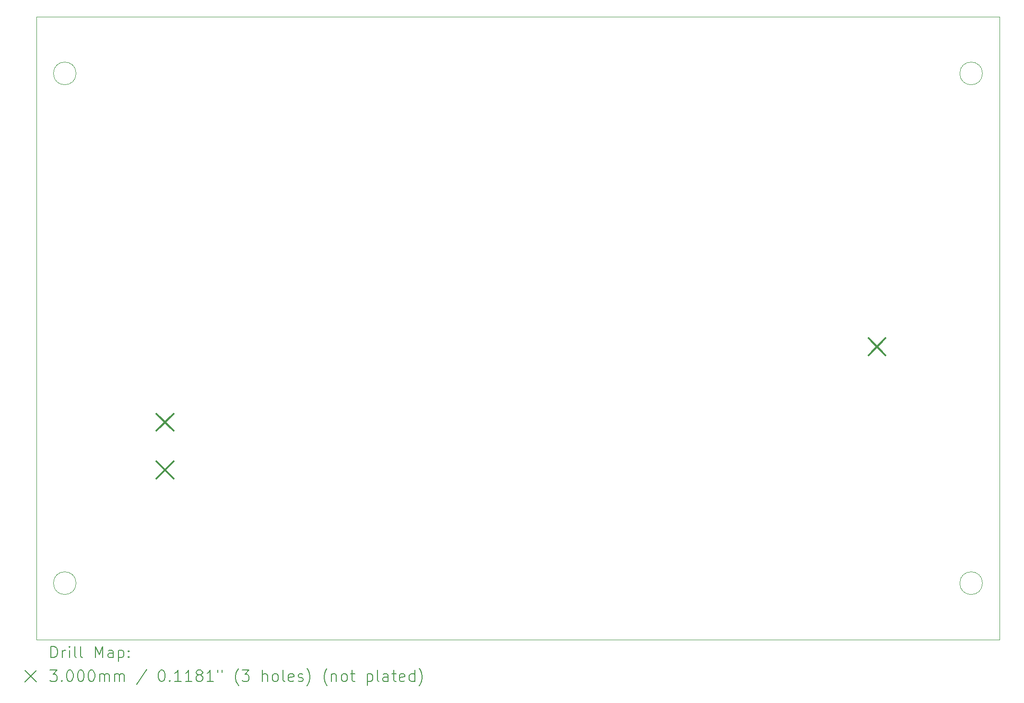
<source format=gbr>
%TF.GenerationSoftware,KiCad,Pcbnew,8.0.1*%
%TF.CreationDate,2024-04-13T23:58:46-04:00*%
%TF.ProjectId,Headlight Controller,48656164-6c69-4676-9874-20436f6e7472,2.2*%
%TF.SameCoordinates,Original*%
%TF.FileFunction,Drillmap*%
%TF.FilePolarity,Positive*%
%FSLAX45Y45*%
G04 Gerber Fmt 4.5, Leading zero omitted, Abs format (unit mm)*
G04 Created by KiCad (PCBNEW 8.0.1) date 2024-04-13 23:58:46*
%MOMM*%
%LPD*%
G01*
G04 APERTURE LIST*
%ADD10C,0.050000*%
%ADD11C,0.200000*%
%ADD12C,0.299999*%
G04 APERTURE END LIST*
D10*
X19200000Y-15000000D02*
G75*
G02*
X18800000Y-15000000I-200000J0D01*
G01*
X18800000Y-15000000D02*
G75*
G02*
X19200000Y-15000000I200000J0D01*
G01*
X3200000Y-6000000D02*
G75*
G02*
X2800000Y-6000000I-200000J0D01*
G01*
X2800000Y-6000000D02*
G75*
G02*
X3200000Y-6000000I200000J0D01*
G01*
X19200000Y-6000000D02*
G75*
G02*
X18800000Y-6000000I-200000J0D01*
G01*
X18800000Y-6000000D02*
G75*
G02*
X19200000Y-6000000I200000J0D01*
G01*
X3200000Y-15000000D02*
G75*
G02*
X2800000Y-15000000I-200000J0D01*
G01*
X2800000Y-15000000D02*
G75*
G02*
X3200000Y-15000000I200000J0D01*
G01*
X19500000Y-5000000D02*
X19500000Y-16000000D01*
X19500000Y-16000000D02*
X2500000Y-16000000D01*
X2500000Y-16000000D02*
X2500000Y-5000000D01*
X2500000Y-5000000D02*
X19500000Y-5000000D01*
D11*
D12*
X4620000Y-12010002D02*
X4920000Y-12310002D01*
X4920000Y-12010002D02*
X4620000Y-12310002D01*
X4620000Y-12850000D02*
X4920000Y-13150000D01*
X4920000Y-12850000D02*
X4620000Y-13150000D01*
X17190250Y-10675400D02*
X17490250Y-10975400D01*
X17490250Y-10675400D02*
X17190250Y-10975400D01*
D11*
X2758277Y-16313984D02*
X2758277Y-16113984D01*
X2758277Y-16113984D02*
X2805896Y-16113984D01*
X2805896Y-16113984D02*
X2834467Y-16123508D01*
X2834467Y-16123508D02*
X2853515Y-16142555D01*
X2853515Y-16142555D02*
X2863039Y-16161603D01*
X2863039Y-16161603D02*
X2872562Y-16199698D01*
X2872562Y-16199698D02*
X2872562Y-16228269D01*
X2872562Y-16228269D02*
X2863039Y-16266365D01*
X2863039Y-16266365D02*
X2853515Y-16285412D01*
X2853515Y-16285412D02*
X2834467Y-16304460D01*
X2834467Y-16304460D02*
X2805896Y-16313984D01*
X2805896Y-16313984D02*
X2758277Y-16313984D01*
X2958277Y-16313984D02*
X2958277Y-16180650D01*
X2958277Y-16218746D02*
X2967801Y-16199698D01*
X2967801Y-16199698D02*
X2977324Y-16190174D01*
X2977324Y-16190174D02*
X2996372Y-16180650D01*
X2996372Y-16180650D02*
X3015420Y-16180650D01*
X3082086Y-16313984D02*
X3082086Y-16180650D01*
X3082086Y-16113984D02*
X3072562Y-16123508D01*
X3072562Y-16123508D02*
X3082086Y-16133031D01*
X3082086Y-16133031D02*
X3091610Y-16123508D01*
X3091610Y-16123508D02*
X3082086Y-16113984D01*
X3082086Y-16113984D02*
X3082086Y-16133031D01*
X3205896Y-16313984D02*
X3186848Y-16304460D01*
X3186848Y-16304460D02*
X3177324Y-16285412D01*
X3177324Y-16285412D02*
X3177324Y-16113984D01*
X3310658Y-16313984D02*
X3291610Y-16304460D01*
X3291610Y-16304460D02*
X3282086Y-16285412D01*
X3282086Y-16285412D02*
X3282086Y-16113984D01*
X3539229Y-16313984D02*
X3539229Y-16113984D01*
X3539229Y-16113984D02*
X3605896Y-16256841D01*
X3605896Y-16256841D02*
X3672562Y-16113984D01*
X3672562Y-16113984D02*
X3672562Y-16313984D01*
X3853515Y-16313984D02*
X3853515Y-16209222D01*
X3853515Y-16209222D02*
X3843991Y-16190174D01*
X3843991Y-16190174D02*
X3824943Y-16180650D01*
X3824943Y-16180650D02*
X3786848Y-16180650D01*
X3786848Y-16180650D02*
X3767801Y-16190174D01*
X3853515Y-16304460D02*
X3834467Y-16313984D01*
X3834467Y-16313984D02*
X3786848Y-16313984D01*
X3786848Y-16313984D02*
X3767801Y-16304460D01*
X3767801Y-16304460D02*
X3758277Y-16285412D01*
X3758277Y-16285412D02*
X3758277Y-16266365D01*
X3758277Y-16266365D02*
X3767801Y-16247317D01*
X3767801Y-16247317D02*
X3786848Y-16237793D01*
X3786848Y-16237793D02*
X3834467Y-16237793D01*
X3834467Y-16237793D02*
X3853515Y-16228269D01*
X3948753Y-16180650D02*
X3948753Y-16380650D01*
X3948753Y-16190174D02*
X3967801Y-16180650D01*
X3967801Y-16180650D02*
X4005896Y-16180650D01*
X4005896Y-16180650D02*
X4024943Y-16190174D01*
X4024943Y-16190174D02*
X4034467Y-16199698D01*
X4034467Y-16199698D02*
X4043991Y-16218746D01*
X4043991Y-16218746D02*
X4043991Y-16275888D01*
X4043991Y-16275888D02*
X4034467Y-16294936D01*
X4034467Y-16294936D02*
X4024943Y-16304460D01*
X4024943Y-16304460D02*
X4005896Y-16313984D01*
X4005896Y-16313984D02*
X3967801Y-16313984D01*
X3967801Y-16313984D02*
X3948753Y-16304460D01*
X4129705Y-16294936D02*
X4139229Y-16304460D01*
X4139229Y-16304460D02*
X4129705Y-16313984D01*
X4129705Y-16313984D02*
X4120182Y-16304460D01*
X4120182Y-16304460D02*
X4129705Y-16294936D01*
X4129705Y-16294936D02*
X4129705Y-16313984D01*
X4129705Y-16190174D02*
X4139229Y-16199698D01*
X4139229Y-16199698D02*
X4129705Y-16209222D01*
X4129705Y-16209222D02*
X4120182Y-16199698D01*
X4120182Y-16199698D02*
X4129705Y-16190174D01*
X4129705Y-16190174D02*
X4129705Y-16209222D01*
X2297500Y-16542500D02*
X2497500Y-16742500D01*
X2497500Y-16542500D02*
X2297500Y-16742500D01*
X2739229Y-16533984D02*
X2863039Y-16533984D01*
X2863039Y-16533984D02*
X2796372Y-16610174D01*
X2796372Y-16610174D02*
X2824943Y-16610174D01*
X2824943Y-16610174D02*
X2843991Y-16619698D01*
X2843991Y-16619698D02*
X2853515Y-16629222D01*
X2853515Y-16629222D02*
X2863039Y-16648269D01*
X2863039Y-16648269D02*
X2863039Y-16695888D01*
X2863039Y-16695888D02*
X2853515Y-16714936D01*
X2853515Y-16714936D02*
X2843991Y-16724460D01*
X2843991Y-16724460D02*
X2824943Y-16733984D01*
X2824943Y-16733984D02*
X2767801Y-16733984D01*
X2767801Y-16733984D02*
X2748753Y-16724460D01*
X2748753Y-16724460D02*
X2739229Y-16714936D01*
X2948753Y-16714936D02*
X2958277Y-16724460D01*
X2958277Y-16724460D02*
X2948753Y-16733984D01*
X2948753Y-16733984D02*
X2939229Y-16724460D01*
X2939229Y-16724460D02*
X2948753Y-16714936D01*
X2948753Y-16714936D02*
X2948753Y-16733984D01*
X3082086Y-16533984D02*
X3101134Y-16533984D01*
X3101134Y-16533984D02*
X3120182Y-16543508D01*
X3120182Y-16543508D02*
X3129705Y-16553031D01*
X3129705Y-16553031D02*
X3139229Y-16572079D01*
X3139229Y-16572079D02*
X3148753Y-16610174D01*
X3148753Y-16610174D02*
X3148753Y-16657793D01*
X3148753Y-16657793D02*
X3139229Y-16695888D01*
X3139229Y-16695888D02*
X3129705Y-16714936D01*
X3129705Y-16714936D02*
X3120182Y-16724460D01*
X3120182Y-16724460D02*
X3101134Y-16733984D01*
X3101134Y-16733984D02*
X3082086Y-16733984D01*
X3082086Y-16733984D02*
X3063039Y-16724460D01*
X3063039Y-16724460D02*
X3053515Y-16714936D01*
X3053515Y-16714936D02*
X3043991Y-16695888D01*
X3043991Y-16695888D02*
X3034467Y-16657793D01*
X3034467Y-16657793D02*
X3034467Y-16610174D01*
X3034467Y-16610174D02*
X3043991Y-16572079D01*
X3043991Y-16572079D02*
X3053515Y-16553031D01*
X3053515Y-16553031D02*
X3063039Y-16543508D01*
X3063039Y-16543508D02*
X3082086Y-16533984D01*
X3272562Y-16533984D02*
X3291610Y-16533984D01*
X3291610Y-16533984D02*
X3310658Y-16543508D01*
X3310658Y-16543508D02*
X3320182Y-16553031D01*
X3320182Y-16553031D02*
X3329705Y-16572079D01*
X3329705Y-16572079D02*
X3339229Y-16610174D01*
X3339229Y-16610174D02*
X3339229Y-16657793D01*
X3339229Y-16657793D02*
X3329705Y-16695888D01*
X3329705Y-16695888D02*
X3320182Y-16714936D01*
X3320182Y-16714936D02*
X3310658Y-16724460D01*
X3310658Y-16724460D02*
X3291610Y-16733984D01*
X3291610Y-16733984D02*
X3272562Y-16733984D01*
X3272562Y-16733984D02*
X3253515Y-16724460D01*
X3253515Y-16724460D02*
X3243991Y-16714936D01*
X3243991Y-16714936D02*
X3234467Y-16695888D01*
X3234467Y-16695888D02*
X3224943Y-16657793D01*
X3224943Y-16657793D02*
X3224943Y-16610174D01*
X3224943Y-16610174D02*
X3234467Y-16572079D01*
X3234467Y-16572079D02*
X3243991Y-16553031D01*
X3243991Y-16553031D02*
X3253515Y-16543508D01*
X3253515Y-16543508D02*
X3272562Y-16533984D01*
X3463039Y-16533984D02*
X3482086Y-16533984D01*
X3482086Y-16533984D02*
X3501134Y-16543508D01*
X3501134Y-16543508D02*
X3510658Y-16553031D01*
X3510658Y-16553031D02*
X3520182Y-16572079D01*
X3520182Y-16572079D02*
X3529705Y-16610174D01*
X3529705Y-16610174D02*
X3529705Y-16657793D01*
X3529705Y-16657793D02*
X3520182Y-16695888D01*
X3520182Y-16695888D02*
X3510658Y-16714936D01*
X3510658Y-16714936D02*
X3501134Y-16724460D01*
X3501134Y-16724460D02*
X3482086Y-16733984D01*
X3482086Y-16733984D02*
X3463039Y-16733984D01*
X3463039Y-16733984D02*
X3443991Y-16724460D01*
X3443991Y-16724460D02*
X3434467Y-16714936D01*
X3434467Y-16714936D02*
X3424943Y-16695888D01*
X3424943Y-16695888D02*
X3415420Y-16657793D01*
X3415420Y-16657793D02*
X3415420Y-16610174D01*
X3415420Y-16610174D02*
X3424943Y-16572079D01*
X3424943Y-16572079D02*
X3434467Y-16553031D01*
X3434467Y-16553031D02*
X3443991Y-16543508D01*
X3443991Y-16543508D02*
X3463039Y-16533984D01*
X3615420Y-16733984D02*
X3615420Y-16600650D01*
X3615420Y-16619698D02*
X3624943Y-16610174D01*
X3624943Y-16610174D02*
X3643991Y-16600650D01*
X3643991Y-16600650D02*
X3672563Y-16600650D01*
X3672563Y-16600650D02*
X3691610Y-16610174D01*
X3691610Y-16610174D02*
X3701134Y-16629222D01*
X3701134Y-16629222D02*
X3701134Y-16733984D01*
X3701134Y-16629222D02*
X3710658Y-16610174D01*
X3710658Y-16610174D02*
X3729705Y-16600650D01*
X3729705Y-16600650D02*
X3758277Y-16600650D01*
X3758277Y-16600650D02*
X3777324Y-16610174D01*
X3777324Y-16610174D02*
X3786848Y-16629222D01*
X3786848Y-16629222D02*
X3786848Y-16733984D01*
X3882086Y-16733984D02*
X3882086Y-16600650D01*
X3882086Y-16619698D02*
X3891610Y-16610174D01*
X3891610Y-16610174D02*
X3910658Y-16600650D01*
X3910658Y-16600650D02*
X3939229Y-16600650D01*
X3939229Y-16600650D02*
X3958277Y-16610174D01*
X3958277Y-16610174D02*
X3967801Y-16629222D01*
X3967801Y-16629222D02*
X3967801Y-16733984D01*
X3967801Y-16629222D02*
X3977324Y-16610174D01*
X3977324Y-16610174D02*
X3996372Y-16600650D01*
X3996372Y-16600650D02*
X4024943Y-16600650D01*
X4024943Y-16600650D02*
X4043991Y-16610174D01*
X4043991Y-16610174D02*
X4053515Y-16629222D01*
X4053515Y-16629222D02*
X4053515Y-16733984D01*
X4443991Y-16524460D02*
X4272563Y-16781603D01*
X4701134Y-16533984D02*
X4720182Y-16533984D01*
X4720182Y-16533984D02*
X4739229Y-16543508D01*
X4739229Y-16543508D02*
X4748753Y-16553031D01*
X4748753Y-16553031D02*
X4758277Y-16572079D01*
X4758277Y-16572079D02*
X4767801Y-16610174D01*
X4767801Y-16610174D02*
X4767801Y-16657793D01*
X4767801Y-16657793D02*
X4758277Y-16695888D01*
X4758277Y-16695888D02*
X4748753Y-16714936D01*
X4748753Y-16714936D02*
X4739229Y-16724460D01*
X4739229Y-16724460D02*
X4720182Y-16733984D01*
X4720182Y-16733984D02*
X4701134Y-16733984D01*
X4701134Y-16733984D02*
X4682087Y-16724460D01*
X4682087Y-16724460D02*
X4672563Y-16714936D01*
X4672563Y-16714936D02*
X4663039Y-16695888D01*
X4663039Y-16695888D02*
X4653515Y-16657793D01*
X4653515Y-16657793D02*
X4653515Y-16610174D01*
X4653515Y-16610174D02*
X4663039Y-16572079D01*
X4663039Y-16572079D02*
X4672563Y-16553031D01*
X4672563Y-16553031D02*
X4682087Y-16543508D01*
X4682087Y-16543508D02*
X4701134Y-16533984D01*
X4853515Y-16714936D02*
X4863039Y-16724460D01*
X4863039Y-16724460D02*
X4853515Y-16733984D01*
X4853515Y-16733984D02*
X4843991Y-16724460D01*
X4843991Y-16724460D02*
X4853515Y-16714936D01*
X4853515Y-16714936D02*
X4853515Y-16733984D01*
X5053515Y-16733984D02*
X4939229Y-16733984D01*
X4996372Y-16733984D02*
X4996372Y-16533984D01*
X4996372Y-16533984D02*
X4977325Y-16562555D01*
X4977325Y-16562555D02*
X4958277Y-16581603D01*
X4958277Y-16581603D02*
X4939229Y-16591127D01*
X5243991Y-16733984D02*
X5129706Y-16733984D01*
X5186848Y-16733984D02*
X5186848Y-16533984D01*
X5186848Y-16533984D02*
X5167801Y-16562555D01*
X5167801Y-16562555D02*
X5148753Y-16581603D01*
X5148753Y-16581603D02*
X5129706Y-16591127D01*
X5358277Y-16619698D02*
X5339229Y-16610174D01*
X5339229Y-16610174D02*
X5329706Y-16600650D01*
X5329706Y-16600650D02*
X5320182Y-16581603D01*
X5320182Y-16581603D02*
X5320182Y-16572079D01*
X5320182Y-16572079D02*
X5329706Y-16553031D01*
X5329706Y-16553031D02*
X5339229Y-16543508D01*
X5339229Y-16543508D02*
X5358277Y-16533984D01*
X5358277Y-16533984D02*
X5396372Y-16533984D01*
X5396372Y-16533984D02*
X5415420Y-16543508D01*
X5415420Y-16543508D02*
X5424944Y-16553031D01*
X5424944Y-16553031D02*
X5434468Y-16572079D01*
X5434468Y-16572079D02*
X5434468Y-16581603D01*
X5434468Y-16581603D02*
X5424944Y-16600650D01*
X5424944Y-16600650D02*
X5415420Y-16610174D01*
X5415420Y-16610174D02*
X5396372Y-16619698D01*
X5396372Y-16619698D02*
X5358277Y-16619698D01*
X5358277Y-16619698D02*
X5339229Y-16629222D01*
X5339229Y-16629222D02*
X5329706Y-16638746D01*
X5329706Y-16638746D02*
X5320182Y-16657793D01*
X5320182Y-16657793D02*
X5320182Y-16695888D01*
X5320182Y-16695888D02*
X5329706Y-16714936D01*
X5329706Y-16714936D02*
X5339229Y-16724460D01*
X5339229Y-16724460D02*
X5358277Y-16733984D01*
X5358277Y-16733984D02*
X5396372Y-16733984D01*
X5396372Y-16733984D02*
X5415420Y-16724460D01*
X5415420Y-16724460D02*
X5424944Y-16714936D01*
X5424944Y-16714936D02*
X5434468Y-16695888D01*
X5434468Y-16695888D02*
X5434468Y-16657793D01*
X5434468Y-16657793D02*
X5424944Y-16638746D01*
X5424944Y-16638746D02*
X5415420Y-16629222D01*
X5415420Y-16629222D02*
X5396372Y-16619698D01*
X5624944Y-16733984D02*
X5510658Y-16733984D01*
X5567801Y-16733984D02*
X5567801Y-16533984D01*
X5567801Y-16533984D02*
X5548753Y-16562555D01*
X5548753Y-16562555D02*
X5529706Y-16581603D01*
X5529706Y-16581603D02*
X5510658Y-16591127D01*
X5701134Y-16533984D02*
X5701134Y-16572079D01*
X5777325Y-16533984D02*
X5777325Y-16572079D01*
X6072563Y-16810174D02*
X6063039Y-16800650D01*
X6063039Y-16800650D02*
X6043991Y-16772079D01*
X6043991Y-16772079D02*
X6034468Y-16753031D01*
X6034468Y-16753031D02*
X6024944Y-16724460D01*
X6024944Y-16724460D02*
X6015420Y-16676841D01*
X6015420Y-16676841D02*
X6015420Y-16638746D01*
X6015420Y-16638746D02*
X6024944Y-16591127D01*
X6024944Y-16591127D02*
X6034468Y-16562555D01*
X6034468Y-16562555D02*
X6043991Y-16543508D01*
X6043991Y-16543508D02*
X6063039Y-16514936D01*
X6063039Y-16514936D02*
X6072563Y-16505412D01*
X6129706Y-16533984D02*
X6253515Y-16533984D01*
X6253515Y-16533984D02*
X6186848Y-16610174D01*
X6186848Y-16610174D02*
X6215420Y-16610174D01*
X6215420Y-16610174D02*
X6234468Y-16619698D01*
X6234468Y-16619698D02*
X6243991Y-16629222D01*
X6243991Y-16629222D02*
X6253515Y-16648269D01*
X6253515Y-16648269D02*
X6253515Y-16695888D01*
X6253515Y-16695888D02*
X6243991Y-16714936D01*
X6243991Y-16714936D02*
X6234468Y-16724460D01*
X6234468Y-16724460D02*
X6215420Y-16733984D01*
X6215420Y-16733984D02*
X6158277Y-16733984D01*
X6158277Y-16733984D02*
X6139229Y-16724460D01*
X6139229Y-16724460D02*
X6129706Y-16714936D01*
X6491610Y-16733984D02*
X6491610Y-16533984D01*
X6577325Y-16733984D02*
X6577325Y-16629222D01*
X6577325Y-16629222D02*
X6567801Y-16610174D01*
X6567801Y-16610174D02*
X6548753Y-16600650D01*
X6548753Y-16600650D02*
X6520182Y-16600650D01*
X6520182Y-16600650D02*
X6501134Y-16610174D01*
X6501134Y-16610174D02*
X6491610Y-16619698D01*
X6701134Y-16733984D02*
X6682087Y-16724460D01*
X6682087Y-16724460D02*
X6672563Y-16714936D01*
X6672563Y-16714936D02*
X6663039Y-16695888D01*
X6663039Y-16695888D02*
X6663039Y-16638746D01*
X6663039Y-16638746D02*
X6672563Y-16619698D01*
X6672563Y-16619698D02*
X6682087Y-16610174D01*
X6682087Y-16610174D02*
X6701134Y-16600650D01*
X6701134Y-16600650D02*
X6729706Y-16600650D01*
X6729706Y-16600650D02*
X6748753Y-16610174D01*
X6748753Y-16610174D02*
X6758277Y-16619698D01*
X6758277Y-16619698D02*
X6767801Y-16638746D01*
X6767801Y-16638746D02*
X6767801Y-16695888D01*
X6767801Y-16695888D02*
X6758277Y-16714936D01*
X6758277Y-16714936D02*
X6748753Y-16724460D01*
X6748753Y-16724460D02*
X6729706Y-16733984D01*
X6729706Y-16733984D02*
X6701134Y-16733984D01*
X6882087Y-16733984D02*
X6863039Y-16724460D01*
X6863039Y-16724460D02*
X6853515Y-16705412D01*
X6853515Y-16705412D02*
X6853515Y-16533984D01*
X7034468Y-16724460D02*
X7015420Y-16733984D01*
X7015420Y-16733984D02*
X6977325Y-16733984D01*
X6977325Y-16733984D02*
X6958277Y-16724460D01*
X6958277Y-16724460D02*
X6948753Y-16705412D01*
X6948753Y-16705412D02*
X6948753Y-16629222D01*
X6948753Y-16629222D02*
X6958277Y-16610174D01*
X6958277Y-16610174D02*
X6977325Y-16600650D01*
X6977325Y-16600650D02*
X7015420Y-16600650D01*
X7015420Y-16600650D02*
X7034468Y-16610174D01*
X7034468Y-16610174D02*
X7043991Y-16629222D01*
X7043991Y-16629222D02*
X7043991Y-16648269D01*
X7043991Y-16648269D02*
X6948753Y-16667317D01*
X7120182Y-16724460D02*
X7139230Y-16733984D01*
X7139230Y-16733984D02*
X7177325Y-16733984D01*
X7177325Y-16733984D02*
X7196372Y-16724460D01*
X7196372Y-16724460D02*
X7205896Y-16705412D01*
X7205896Y-16705412D02*
X7205896Y-16695888D01*
X7205896Y-16695888D02*
X7196372Y-16676841D01*
X7196372Y-16676841D02*
X7177325Y-16667317D01*
X7177325Y-16667317D02*
X7148753Y-16667317D01*
X7148753Y-16667317D02*
X7129706Y-16657793D01*
X7129706Y-16657793D02*
X7120182Y-16638746D01*
X7120182Y-16638746D02*
X7120182Y-16629222D01*
X7120182Y-16629222D02*
X7129706Y-16610174D01*
X7129706Y-16610174D02*
X7148753Y-16600650D01*
X7148753Y-16600650D02*
X7177325Y-16600650D01*
X7177325Y-16600650D02*
X7196372Y-16610174D01*
X7272563Y-16810174D02*
X7282087Y-16800650D01*
X7282087Y-16800650D02*
X7301134Y-16772079D01*
X7301134Y-16772079D02*
X7310658Y-16753031D01*
X7310658Y-16753031D02*
X7320182Y-16724460D01*
X7320182Y-16724460D02*
X7329706Y-16676841D01*
X7329706Y-16676841D02*
X7329706Y-16638746D01*
X7329706Y-16638746D02*
X7320182Y-16591127D01*
X7320182Y-16591127D02*
X7310658Y-16562555D01*
X7310658Y-16562555D02*
X7301134Y-16543508D01*
X7301134Y-16543508D02*
X7282087Y-16514936D01*
X7282087Y-16514936D02*
X7272563Y-16505412D01*
X7634468Y-16810174D02*
X7624944Y-16800650D01*
X7624944Y-16800650D02*
X7605896Y-16772079D01*
X7605896Y-16772079D02*
X7596372Y-16753031D01*
X7596372Y-16753031D02*
X7586849Y-16724460D01*
X7586849Y-16724460D02*
X7577325Y-16676841D01*
X7577325Y-16676841D02*
X7577325Y-16638746D01*
X7577325Y-16638746D02*
X7586849Y-16591127D01*
X7586849Y-16591127D02*
X7596372Y-16562555D01*
X7596372Y-16562555D02*
X7605896Y-16543508D01*
X7605896Y-16543508D02*
X7624944Y-16514936D01*
X7624944Y-16514936D02*
X7634468Y-16505412D01*
X7710658Y-16600650D02*
X7710658Y-16733984D01*
X7710658Y-16619698D02*
X7720182Y-16610174D01*
X7720182Y-16610174D02*
X7739230Y-16600650D01*
X7739230Y-16600650D02*
X7767801Y-16600650D01*
X7767801Y-16600650D02*
X7786849Y-16610174D01*
X7786849Y-16610174D02*
X7796372Y-16629222D01*
X7796372Y-16629222D02*
X7796372Y-16733984D01*
X7920182Y-16733984D02*
X7901134Y-16724460D01*
X7901134Y-16724460D02*
X7891611Y-16714936D01*
X7891611Y-16714936D02*
X7882087Y-16695888D01*
X7882087Y-16695888D02*
X7882087Y-16638746D01*
X7882087Y-16638746D02*
X7891611Y-16619698D01*
X7891611Y-16619698D02*
X7901134Y-16610174D01*
X7901134Y-16610174D02*
X7920182Y-16600650D01*
X7920182Y-16600650D02*
X7948753Y-16600650D01*
X7948753Y-16600650D02*
X7967801Y-16610174D01*
X7967801Y-16610174D02*
X7977325Y-16619698D01*
X7977325Y-16619698D02*
X7986849Y-16638746D01*
X7986849Y-16638746D02*
X7986849Y-16695888D01*
X7986849Y-16695888D02*
X7977325Y-16714936D01*
X7977325Y-16714936D02*
X7967801Y-16724460D01*
X7967801Y-16724460D02*
X7948753Y-16733984D01*
X7948753Y-16733984D02*
X7920182Y-16733984D01*
X8043992Y-16600650D02*
X8120182Y-16600650D01*
X8072563Y-16533984D02*
X8072563Y-16705412D01*
X8072563Y-16705412D02*
X8082087Y-16724460D01*
X8082087Y-16724460D02*
X8101134Y-16733984D01*
X8101134Y-16733984D02*
X8120182Y-16733984D01*
X8339230Y-16600650D02*
X8339230Y-16800650D01*
X8339230Y-16610174D02*
X8358277Y-16600650D01*
X8358277Y-16600650D02*
X8396373Y-16600650D01*
X8396373Y-16600650D02*
X8415420Y-16610174D01*
X8415420Y-16610174D02*
X8424944Y-16619698D01*
X8424944Y-16619698D02*
X8434468Y-16638746D01*
X8434468Y-16638746D02*
X8434468Y-16695888D01*
X8434468Y-16695888D02*
X8424944Y-16714936D01*
X8424944Y-16714936D02*
X8415420Y-16724460D01*
X8415420Y-16724460D02*
X8396373Y-16733984D01*
X8396373Y-16733984D02*
X8358277Y-16733984D01*
X8358277Y-16733984D02*
X8339230Y-16724460D01*
X8548754Y-16733984D02*
X8529706Y-16724460D01*
X8529706Y-16724460D02*
X8520182Y-16705412D01*
X8520182Y-16705412D02*
X8520182Y-16533984D01*
X8710658Y-16733984D02*
X8710658Y-16629222D01*
X8710658Y-16629222D02*
X8701135Y-16610174D01*
X8701135Y-16610174D02*
X8682087Y-16600650D01*
X8682087Y-16600650D02*
X8643992Y-16600650D01*
X8643992Y-16600650D02*
X8624944Y-16610174D01*
X8710658Y-16724460D02*
X8691611Y-16733984D01*
X8691611Y-16733984D02*
X8643992Y-16733984D01*
X8643992Y-16733984D02*
X8624944Y-16724460D01*
X8624944Y-16724460D02*
X8615420Y-16705412D01*
X8615420Y-16705412D02*
X8615420Y-16686365D01*
X8615420Y-16686365D02*
X8624944Y-16667317D01*
X8624944Y-16667317D02*
X8643992Y-16657793D01*
X8643992Y-16657793D02*
X8691611Y-16657793D01*
X8691611Y-16657793D02*
X8710658Y-16648269D01*
X8777325Y-16600650D02*
X8853515Y-16600650D01*
X8805896Y-16533984D02*
X8805896Y-16705412D01*
X8805896Y-16705412D02*
X8815420Y-16724460D01*
X8815420Y-16724460D02*
X8834468Y-16733984D01*
X8834468Y-16733984D02*
X8853515Y-16733984D01*
X8996373Y-16724460D02*
X8977325Y-16733984D01*
X8977325Y-16733984D02*
X8939230Y-16733984D01*
X8939230Y-16733984D02*
X8920182Y-16724460D01*
X8920182Y-16724460D02*
X8910658Y-16705412D01*
X8910658Y-16705412D02*
X8910658Y-16629222D01*
X8910658Y-16629222D02*
X8920182Y-16610174D01*
X8920182Y-16610174D02*
X8939230Y-16600650D01*
X8939230Y-16600650D02*
X8977325Y-16600650D01*
X8977325Y-16600650D02*
X8996373Y-16610174D01*
X8996373Y-16610174D02*
X9005896Y-16629222D01*
X9005896Y-16629222D02*
X9005896Y-16648269D01*
X9005896Y-16648269D02*
X8910658Y-16667317D01*
X9177325Y-16733984D02*
X9177325Y-16533984D01*
X9177325Y-16724460D02*
X9158277Y-16733984D01*
X9158277Y-16733984D02*
X9120182Y-16733984D01*
X9120182Y-16733984D02*
X9101135Y-16724460D01*
X9101135Y-16724460D02*
X9091611Y-16714936D01*
X9091611Y-16714936D02*
X9082087Y-16695888D01*
X9082087Y-16695888D02*
X9082087Y-16638746D01*
X9082087Y-16638746D02*
X9091611Y-16619698D01*
X9091611Y-16619698D02*
X9101135Y-16610174D01*
X9101135Y-16610174D02*
X9120182Y-16600650D01*
X9120182Y-16600650D02*
X9158277Y-16600650D01*
X9158277Y-16600650D02*
X9177325Y-16610174D01*
X9253516Y-16810174D02*
X9263039Y-16800650D01*
X9263039Y-16800650D02*
X9282087Y-16772079D01*
X9282087Y-16772079D02*
X9291611Y-16753031D01*
X9291611Y-16753031D02*
X9301135Y-16724460D01*
X9301135Y-16724460D02*
X9310658Y-16676841D01*
X9310658Y-16676841D02*
X9310658Y-16638746D01*
X9310658Y-16638746D02*
X9301135Y-16591127D01*
X9301135Y-16591127D02*
X9291611Y-16562555D01*
X9291611Y-16562555D02*
X9282087Y-16543508D01*
X9282087Y-16543508D02*
X9263039Y-16514936D01*
X9263039Y-16514936D02*
X9253516Y-16505412D01*
M02*

</source>
